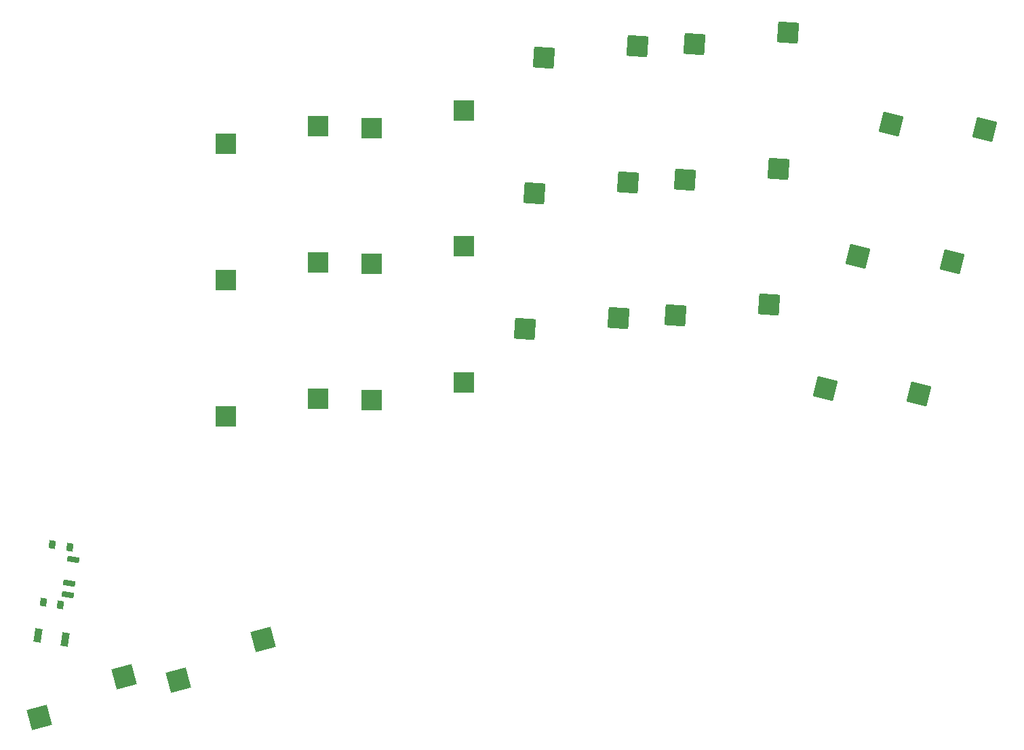
<source format=gbr>
%TF.GenerationSoftware,KiCad,Pcbnew,6.0.6-3a73a75311~116~ubuntu22.04.1*%
%TF.CreationDate,2022-07-27T09:59:41+02:00*%
%TF.ProjectId,kiboard,6b69626f-6172-4642-9e6b-696361645f70,v1.0.0*%
%TF.SameCoordinates,Original*%
%TF.FileFunction,Paste,Top*%
%TF.FilePolarity,Positive*%
%FSLAX46Y46*%
G04 Gerber Fmt 4.6, Leading zero omitted, Abs format (unit mm)*
G04 Created by KiCad (PCBNEW 6.0.6-3a73a75311~116~ubuntu22.04.1) date 2022-07-27 09:59:41*
%MOMM*%
%LPD*%
G01*
G04 APERTURE LIST*
G04 Aperture macros list*
%AMRotRect*
0 Rectangle, with rotation*
0 The origin of the aperture is its center*
0 $1 length*
0 $2 width*
0 $3 Rotation angle, in degrees counterclockwise*
0 Add horizontal line*
21,1,$1,$2,0,0,$3*%
G04 Aperture macros list end*
%ADD10RotRect,1.000000X0.800000X81.000000*%
%ADD11RotRect,0.700000X1.500000X81.000000*%
%ADD12RotRect,0.900000X1.700000X351.000000*%
%ADD13RotRect,2.600000X2.600000X356.000000*%
%ADD14R,2.600000X2.600000*%
%ADD15RotRect,2.600000X2.600000X15.000000*%
%ADD16RotRect,2.600000X2.600000X346.000000*%
G04 APERTURE END LIST*
D10*
%TO.C,*%
X-14268932Y-19506581D03*
X-10944169Y-12642176D03*
X-12086141Y-19852301D03*
X-13126961Y-12296456D03*
D11*
X-10521180Y-14126623D03*
X-10990484Y-17089688D03*
X-11225135Y-18571220D03*
%TD*%
D12*
%TO.C,*%
X-11564097Y-24127329D03*
X-14922237Y-23595451D03*
%TD*%
D13*
%TO.C,S15*%
X58768177Y32972619D03*
X47092848Y31583665D03*
%TD*%
D14*
%TO.C,S9*%
X38275000Y24950000D03*
X26725000Y22750000D03*
%TD*%
D15*
%TO.C,S31*%
X-4189901Y-28746366D03*
X-14776943Y-33860763D03*
%TD*%
D14*
%TO.C,S3*%
X20075000Y22950000D03*
X8525000Y20750000D03*
%TD*%
%TO.C,S11*%
X38275000Y41950000D03*
X26725000Y39750000D03*
%TD*%
D13*
%TO.C,S17*%
X59954037Y49931207D03*
X48278708Y48542253D03*
%TD*%
D14*
%TO.C,S7*%
X38275000Y7950000D03*
X26725000Y5750000D03*
%TD*%
%TO.C,S1*%
X20075000Y5950000D03*
X8525000Y3750000D03*
%TD*%
D13*
%TO.C,S13*%
X57582317Y16014030D03*
X45906988Y14625076D03*
%TD*%
%TO.C,S23*%
X78717997Y51626429D03*
X67042668Y50237475D03*
%TD*%
D16*
%TO.C,S25*%
X95081217Y6542426D03*
X83342073Y7201974D03*
%TD*%
D14*
%TO.C,S5*%
X20075000Y39950000D03*
X8525000Y37750000D03*
%TD*%
D13*
%TO.C,S21*%
X77532137Y34667840D03*
X65856808Y33278886D03*
%TD*%
D16*
%TO.C,S29*%
X103306561Y39532481D03*
X91567417Y40192029D03*
%TD*%
%TO.C,S27*%
X99193889Y23037453D03*
X87454745Y23697001D03*
%TD*%
D13*
%TO.C,S19*%
X76346277Y17709251D03*
X64670948Y16320297D03*
%TD*%
D15*
%TO.C,S33*%
X13196764Y-24087623D03*
X2609722Y-29202020D03*
%TD*%
M02*

</source>
